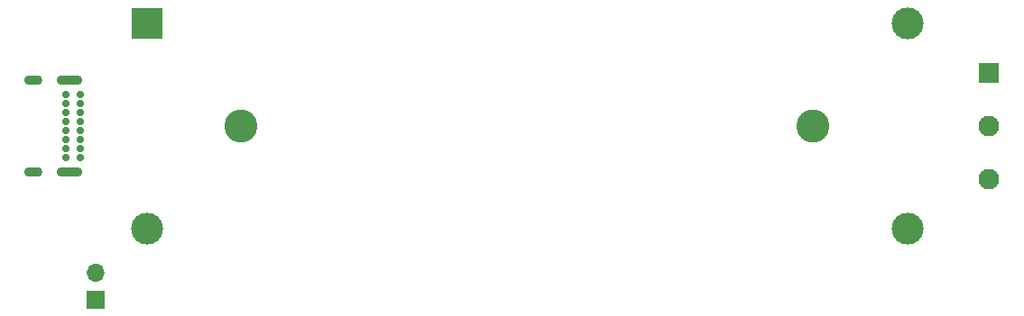
<source format=gbs>
%TF.GenerationSoftware,KiCad,Pcbnew,(6.0.7-1)-1*%
%TF.CreationDate,2023-01-10T14:36:04-05:00*%
%TF.ProjectId,LiIonUtilityBoard,4c69496f-6e55-4746-996c-697479426f61,rev?*%
%TF.SameCoordinates,Original*%
%TF.FileFunction,Soldermask,Bot*%
%TF.FilePolarity,Negative*%
%FSLAX46Y46*%
G04 Gerber Fmt 4.6, Leading zero omitted, Abs format (unit mm)*
G04 Created by KiCad (PCBNEW (6.0.7-1)-1) date 2023-01-10 14:36:04*
%MOMM*%
%LPD*%
G01*
G04 APERTURE LIST*
%ADD10C,0.700000*%
%ADD11O,2.400000X0.900000*%
%ADD12O,1.700000X0.900000*%
%ADD13R,1.950000X1.950000*%
%ADD14C,1.950000*%
%ADD15C,3.100000*%
%ADD16R,3.000000X3.000000*%
%ADD17C,3.000000*%
%ADD18R,1.700000X1.700000*%
%ADD19O,1.700000X1.700000*%
G04 APERTURE END LIST*
D10*
X92025000Y-63025000D03*
X92025000Y-63875000D03*
X92025000Y-64725000D03*
X92025000Y-65575000D03*
X92025000Y-66425000D03*
X92025000Y-67275000D03*
X92025000Y-68125000D03*
X92025000Y-68975000D03*
X90675000Y-68975000D03*
X90675000Y-68125000D03*
X90675000Y-67275000D03*
X90675000Y-66425000D03*
X90675000Y-65575000D03*
X90675000Y-64725000D03*
X90675000Y-63875000D03*
X90675000Y-63025000D03*
D11*
X91045000Y-70325000D03*
X91045000Y-61675000D03*
D12*
X87665000Y-61675000D03*
X87665000Y-70325000D03*
D13*
X177337500Y-61000000D03*
D14*
X177337500Y-66000000D03*
X177337500Y-71000000D03*
D15*
X107150000Y-66000000D03*
X160850000Y-66000000D03*
D16*
X98300000Y-56350000D03*
D17*
X169700000Y-56350000D03*
X98300000Y-75650000D03*
X169700000Y-75650000D03*
D18*
X93472000Y-82301000D03*
D19*
X93472000Y-79761000D03*
M02*

</source>
